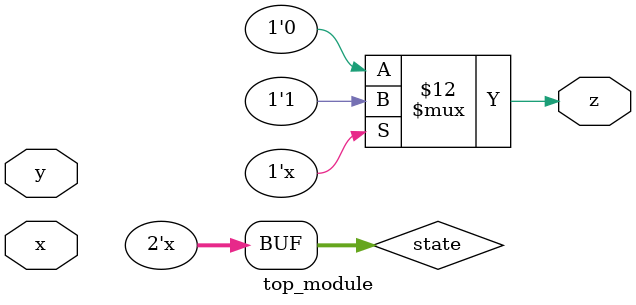
<source format=sv>
module top_module(
  input x,
  input y,
  output z);

  reg [1:0] state;
  initial state = 2'b00;

  always @(x, y)
  begin
    case(state)
      0:  if(x==1'b1 && y==1'b1)
            state = 2'b01;
          else
            state = 2'b00;
      1:  if(x==1'b0 && y==1'b1)
            state = 2'b10;
          else
            state = 2'b00;
      2:  if(x==1'b0 && y==1'b0)
            state = 2'b11;
          else
            state = 2'b00;
    endcase
  end

  assign z = (state == 2'b11) ? 1'b1 : 1'b0;

endmodule

</source>
